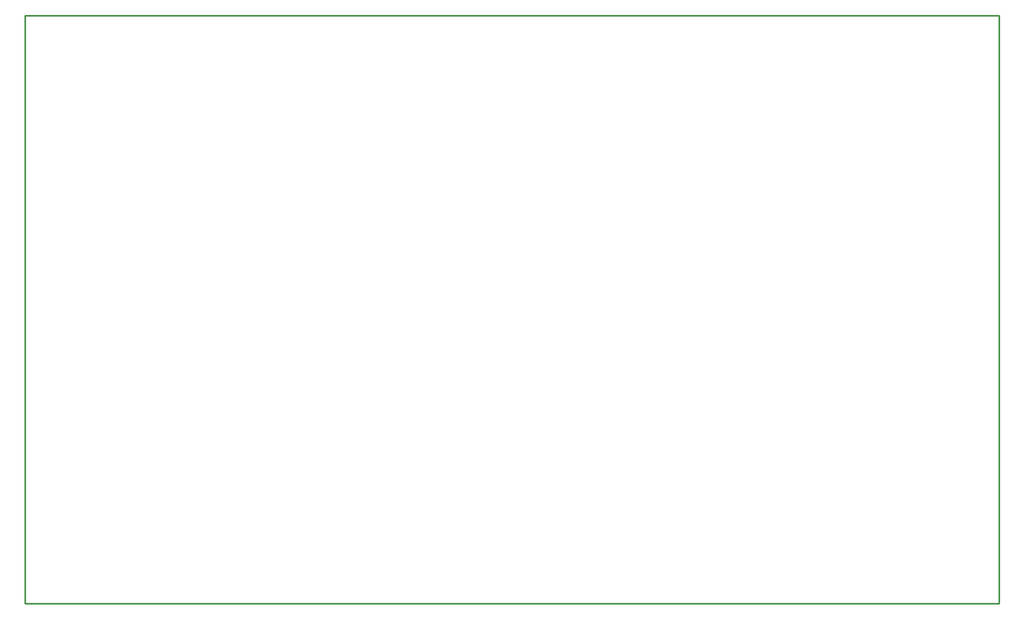
<source format=gbr>
G04 EAGLE Gerber RS-274X export*
G75*
%MOMM*%
%FSLAX34Y34*%
%LPD*%
%IN*%
%IPPOS*%
%AMOC8*
5,1,8,0,0,1.08239X$1,22.5*%
G01*
%ADD10C,0.254000*%


D10*
X0Y0D02*
X1485700Y0D01*
X1485700Y898400D01*
X0Y898400D01*
X0Y0D01*
M02*

</source>
